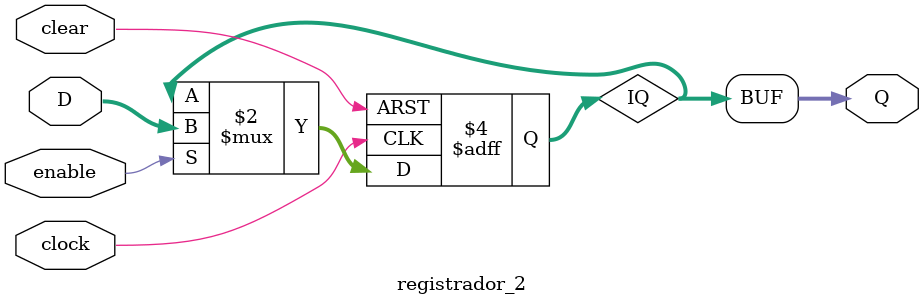
<source format=v>
module registrador_2 (
    input        clock,
    input        clear,
    input        enable,
    input  [1:0] D,
    output [1:0] Q
);

    reg [1:0] IQ;

    always @(posedge clock or posedge clear) begin
        if (clear)
            IQ <= 0;
        else if (enable)
            IQ <= D;
    end

    assign Q = IQ;

endmodule
</source>
